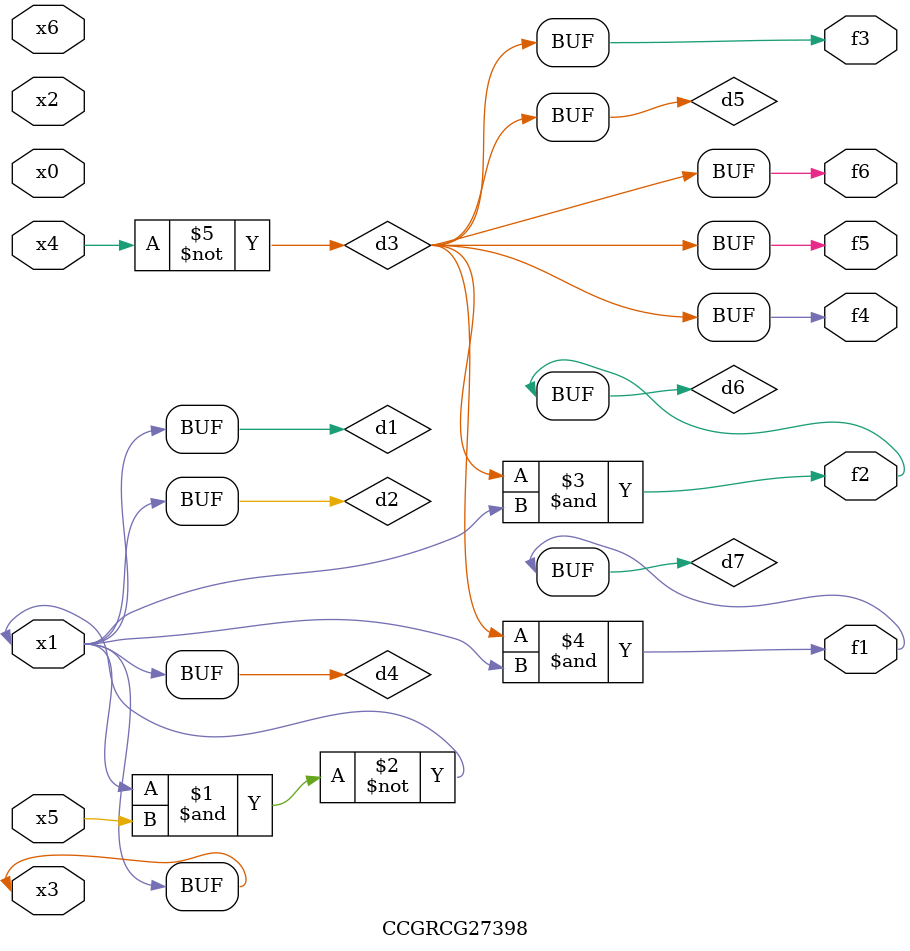
<source format=v>
module CCGRCG27398(
	input x0, x1, x2, x3, x4, x5, x6,
	output f1, f2, f3, f4, f5, f6
);

	wire d1, d2, d3, d4, d5, d6, d7;

	buf (d1, x1, x3);
	nand (d2, x1, x5);
	not (d3, x4);
	buf (d4, d1, d2);
	buf (d5, d3);
	and (d6, d3, d4);
	and (d7, d3, d4);
	assign f1 = d7;
	assign f2 = d6;
	assign f3 = d5;
	assign f4 = d5;
	assign f5 = d5;
	assign f6 = d5;
endmodule

</source>
